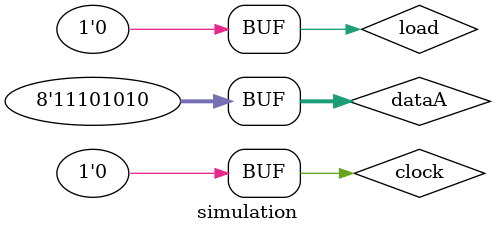
<source format=v>
`timescale 1ns / 1ps



module simulation();
parityasm uut(clock, load, dataA,serialout, parity,registerA);
reg clock, load;
reg [7:0] dataA;
wire [7:0]registerA;
wire serialout,parity;
initial begin
clock =0;
#1 clock =1;
#1 clock = 0;  dataA = 8'b11101010; load = 1;
#1 clock = 1; //start shifting. edge 1
#1 clock = 0; load =0;
#1 clock = 1;
#1 clock = 0;
#1 clock = 1;
#1 clock = 0;
#1 clock = 1;
#1 clock = 0;
#1 clock = 1;
#1 clock = 0;
#1 clock = 1;
#1 clock = 0;
#1 clock = 1;
#1 clock = 0;
#1 clock = 1;
#1 clock = 0;
#1 clock = 1;
#1 clock = 0;
#1 clock = 1;
#1 clock = 0;
end
endmodule

</source>
